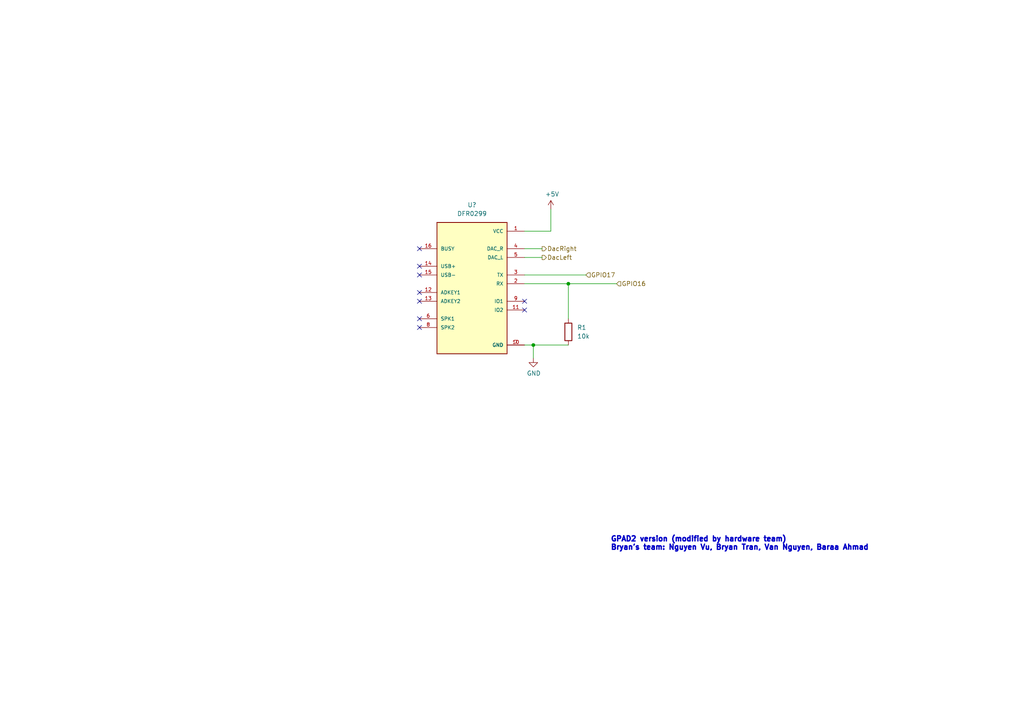
<source format=kicad_sch>
(kicad_sch (version 20211123) (generator eeschema)
  (paper "A4")
  (title_block (title "GeneralPurposeAlarmDevicePCB") (date "2023-04-27") (comment 1 "GPAD2 version") (comment 2 "Drawn by Nguyen Vu"))
  (lib_symbols
    (symbol "DFR0299:DFR0299" (pin_names (offset 1.016))
      (property "Reference" "U" (at -10.16 18.542 0))
      (property "Value" "DFR0299" (at -10.16 -22.86 0))
      (symbol "DFR0299_0_0"
        (rectangle (start -10.16 -20.32) (end 10.16 17.78) (stroke (width 0.254)) (fill (type background)))
        (pin power_in line (at 15.24 15.24 180) (length 5.08) (name "VCC") (number "1"))
        (pin power_in line (at 15.24 -17.78 180) (length 5.08) (name "GND") (number "10"))
        (pin bidirectional line (at 15.24 -7.62 180) (length 5.08) (name "IO2") (number "11"))
        (pin input line (at -15.24 -2.54 0) (length 5.08) (name "ADKEY1") (number "12"))
        (pin input line (at -15.24 -5.08 0) (length 5.08) (name "ADKEY2") (number "13"))
        (pin input line (at -15.24 5.08 0) (length 5.08) (name "USB+") (number "14"))
        (pin input line (at -15.24 2.54 0) (length 5.08) (name "USB-") (number "15"))
        (pin input line (at -15.24 10.16 0) (length 5.08) (name "BUSY") (number "16"))
        (pin input line (at 15.24 0 180) (length 5.08) (name "RX") (number "2"))
        (pin output line (at 15.24 2.54 180) (length 5.08) (name "TX") (number "3"))
        (pin output line (at 15.24 10.16 180) (length 5.08) (name "DAC_R") (number "4"))
        (pin output line (at 15.24 7.62 180) (length 5.08) (name "DAC_L") (number "5"))
        (pin passive line (at -15.24 -10.16 0) (length 5.08) (name "SPK1") (number "6"))
        (pin power_in line (at 15.24 -17.78 180) (length 5.08) (name "GND") (number "7"))
        (pin passive line (at -15.24 -12.7 0) (length 5.08) (name "SPK2") (number "8"))
        (pin bidirectional line (at 15.24 -5.08 180) (length 5.08) (name "IO1") (number "9"))
      )
    )
    (symbol "Device:R" (pin_numbers hide) (pin_names (offset 0))
      (property "Reference" "R" (at 2.032 0 90))
      (property "Value" "R" (at 0 0 90))
      (symbol "R_0_1"
        (rectangle (start -1.016 -2.54) (end 1.016 2.54) (stroke (width 0.254)))
      )
      (symbol "R_1_1"
        (pin passive line (at 0 3.81 270) (length 1.27) (name "~") (number "1"))
        (pin passive line (at 0 -3.81 90) (length 1.27) (name "~") (number "2"))
      )
    )
    (symbol "power:+5V" (power) (pin_names (offset 0))
      (property "Value" "+5V" (at 0 3.556 0))
      (symbol "+5V_0_1"
        (polyline (pts (xy -0.762 1.27) (xy 0 2.54)))
        (polyline (pts (xy 0 0) (xy 0 2.54)))
        (polyline (pts (xy 0 2.54) (xy 0.762 1.27)))
      )
      (symbol "+5V_1_1"
        (pin power_in line (at 0 0 90) (length 0) hide (name "+5V") (number "1"))
      )
    )
    (symbol "power:GND" (power) (pin_names (offset 0))
      (property "Value" "GND" (at 0 -3.81 0))
      (symbol "GND_0_1"
        (polyline (pts (xy 0 0) (xy 0 -1.27) (xy 1.27 -1.27) (xy 0 -2.54) (xy -1.27 -1.27) (xy 0 -1.27)))
      )
      (symbol "GND_1_1"
        (pin power_in line (at 0 0 270) (length 0) hide (name "GND") (number "1"))
      )
    )
  )
  (junction (at 164.846 82.296))
  (junction (at 154.686 100.076))
  (no_connect (at 121.666 79.756))
  (no_connect (at 152.146 87.376))
  (no_connect (at 121.666 92.456))
  (no_connect (at 121.666 87.376))
  (no_connect (at 121.666 72.136))
  (no_connect (at 121.666 77.216))
  (no_connect (at 152.146 89.916))
  (no_connect (at 121.666 94.996))
  (no_connect (at 121.666 84.836))
  (wire (pts (xy 152.146 67.056) (xy 159.766 67.056)))
  (wire (pts (xy 152.146 72.136) (xy 157.226 72.136)))
  (wire (pts (xy 152.146 82.296) (xy 164.846 82.296)))
  (wire (pts (xy 152.146 100.076) (xy 154.686 100.076)))
  (wire (pts (xy 159.766 60.706) (xy 159.766 67.056)))
  (wire (pts (xy 152.146 74.676) (xy 157.226 74.676)))
  (wire (pts (xy 152.146 79.756) (xy 169.926 79.756)))
  (wire (pts (xy 164.846 82.296) (xy 178.816 82.296)))
  (wire (pts (xy 164.846 82.296) (xy 164.846 92.456)))
  (wire (pts (xy 154.686 100.076) (xy 154.686 103.886)))
  (wire (pts (xy 154.686 100.076) (xy 164.846 100.076)))
  (text "GPAD2 version (modified by hardware team)\nBryan's team: Nguyen Vu, Bryan Tran, Van Nguyen, Baraa Ahmad" (at 177.038 159.766 0) (effects (font (size 1.5 1.5) (thickness 0.4) bold) (justify left bottom)))
  (hierarchical_label "GPIO17" (shape input) (at 169.926 79.756 0))
  (hierarchical_label "DacLeft" (shape output) (at 157.226 74.676 0))
  (hierarchical_label "DacRight" (shape output) (at 157.226 72.136 0))
  (hierarchical_label "GPIO16" (shape input) (at 178.816 82.296 0))
  (symbol (lib_id "power:+5V") (at 159.766 60.706 0) (unit 1)
    (property "Reference" "#PWR?" (effects hide))
    (property "Value" "+5V" (at 160.147 56.3118 0))
  )
  (symbol (lib_id "power:GND") (at 154.686 103.886 0) (unit 1)
    (property "Reference" "#PWR?" (effects hide))
    (property "Value" "GND" (at 154.813 108.2802 0))
  )
  (symbol (lib_id "DFR0299:DFR0299") (at 136.906 82.296 0) (unit 1)
    (property "Reference" "U?" (at 136.906 59.436 0))
    (property "Value" "DFR0299" (at 136.906 61.976 0))
    (property "Footprint" "MODULE_DFR0299" (effects hide))
    (property "MP" "DFR0299" (effects hide))
    (property "PRICE" "None" (effects hide))
    (property "PACKAGE" "None" (effects hide))
    (property "MF" "DFRobot" (effects hide))
    (property "AVAILABILITY" "Unavailable" (effects hide))
    (property "DESCRIPTION" "Dfplayer - a Mini Mp3 Player" (effects hide))
  )
  (symbol (lib_id "Device:R") (at 164.846 96.266 0) (unit 1)
    (property "Reference" "R1" (at 167.386 94.9959 0) (effects (justify left)))
    (property "Value" "10k" (at 167.386 97.5359 0) (effects (justify left)))
  )
)
</source>
